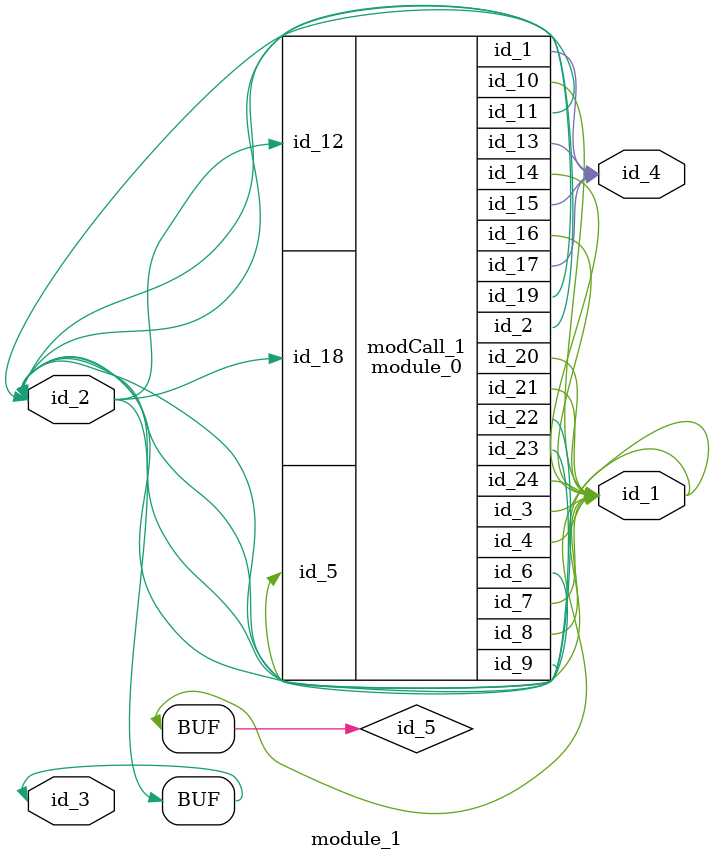
<source format=v>
module module_0 (
    id_1,
    id_2,
    id_3,
    id_4,
    id_5,
    id_6,
    id_7,
    id_8,
    id_9,
    id_10,
    id_11,
    id_12,
    id_13,
    id_14,
    id_15,
    id_16,
    id_17,
    id_18,
    id_19,
    id_20,
    id_21,
    id_22,
    id_23,
    id_24
);
  inout wire id_24;
  inout wire id_23;
  inout wire id_22;
  output wire id_21;
  inout wire id_20;
  inout wire id_19;
  input wire id_18;
  output wire id_17;
  output wire id_16;
  output wire id_15;
  output wire id_14;
  output wire id_13;
  input wire id_12;
  inout wire id_11;
  inout wire id_10;
  inout wire id_9;
  output wire id_8;
  output wire id_7;
  output wire id_6;
  input wire id_5;
  inout wire id_4;
  output wire id_3;
  inout wire id_2;
  output wire id_1;
endmodule
module module_1 (
    id_1,
    id_2,
    id_3,
    id_4
);
  output wire id_4;
  inout wire id_3;
  inout wire id_2;
  output wire id_1;
  assign id_2 = id_3;
  wire id_5;
  assign id_1 = id_5;
  module_0 modCall_1 (
      id_4,
      id_3,
      id_5,
      id_5,
      id_5,
      id_2,
      id_1,
      id_5,
      id_2,
      id_5,
      id_3,
      id_2,
      id_4,
      id_1,
      id_4,
      id_5,
      id_4,
      id_3,
      id_3,
      id_5,
      id_5,
      id_2,
      id_3,
      id_5
  );
endmodule

</source>
